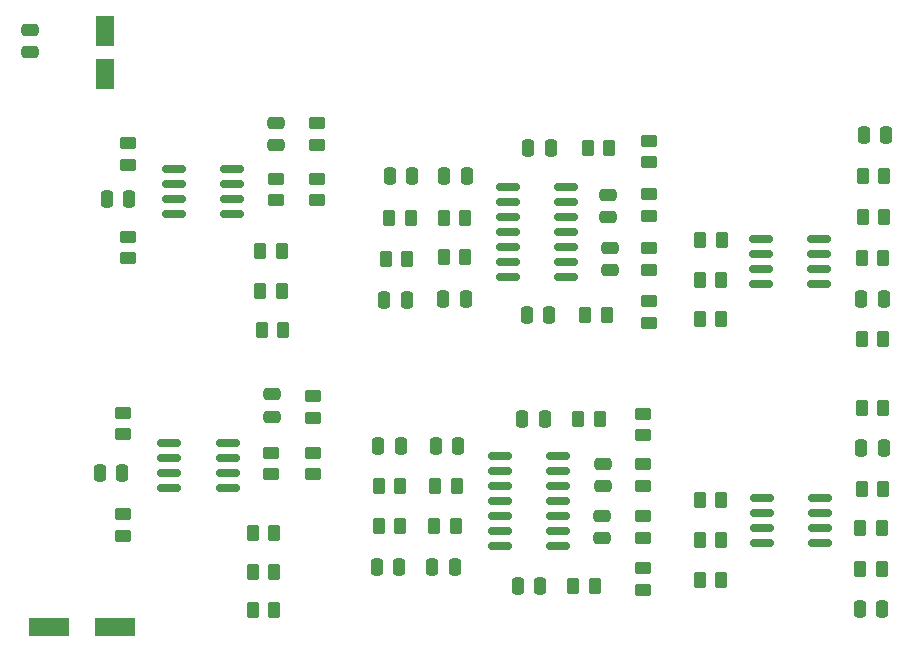
<source format=gbr>
%TF.GenerationSoftware,KiCad,Pcbnew,8.0.4*%
%TF.CreationDate,2024-11-27T12:35:37+01:00*%
%TF.ProjectId,Filtre_V2_FPGA_SMD-SMH_LD,46696c74-7265-45f5-9632-5f465047415f,rev?*%
%TF.SameCoordinates,Original*%
%TF.FileFunction,Paste,Top*%
%TF.FilePolarity,Positive*%
%FSLAX46Y46*%
G04 Gerber Fmt 4.6, Leading zero omitted, Abs format (unit mm)*
G04 Created by KiCad (PCBNEW 8.0.4) date 2024-11-27 12:35:37*
%MOMM*%
%LPD*%
G01*
G04 APERTURE LIST*
G04 Aperture macros list*
%AMRoundRect*
0 Rectangle with rounded corners*
0 $1 Rounding radius*
0 $2 $3 $4 $5 $6 $7 $8 $9 X,Y pos of 4 corners*
0 Add a 4 corners polygon primitive as box body*
4,1,4,$2,$3,$4,$5,$6,$7,$8,$9,$2,$3,0*
0 Add four circle primitives for the rounded corners*
1,1,$1+$1,$2,$3*
1,1,$1+$1,$4,$5*
1,1,$1+$1,$6,$7*
1,1,$1+$1,$8,$9*
0 Add four rect primitives between the rounded corners*
20,1,$1+$1,$2,$3,$4,$5,0*
20,1,$1+$1,$4,$5,$6,$7,0*
20,1,$1+$1,$6,$7,$8,$9,0*
20,1,$1+$1,$8,$9,$2,$3,0*%
G04 Aperture macros list end*
%ADD10RoundRect,0.250000X-0.475000X0.250000X-0.475000X-0.250000X0.475000X-0.250000X0.475000X0.250000X0*%
%ADD11RoundRect,0.250000X-0.250000X-0.475000X0.250000X-0.475000X0.250000X0.475000X-0.250000X0.475000X0*%
%ADD12RoundRect,0.250000X-0.450000X0.262500X-0.450000X-0.262500X0.450000X-0.262500X0.450000X0.262500X0*%
%ADD13RoundRect,0.250000X-0.262500X-0.450000X0.262500X-0.450000X0.262500X0.450000X-0.262500X0.450000X0*%
%ADD14RoundRect,0.250000X0.450000X-0.262500X0.450000X0.262500X-0.450000X0.262500X-0.450000X-0.262500X0*%
%ADD15R,3.500000X1.600000*%
%ADD16RoundRect,0.150000X-0.825000X-0.150000X0.825000X-0.150000X0.825000X0.150000X-0.825000X0.150000X0*%
%ADD17RoundRect,0.250000X0.262500X0.450000X-0.262500X0.450000X-0.262500X-0.450000X0.262500X-0.450000X0*%
%ADD18R,1.600000X2.600000*%
%ADD19RoundRect,0.250000X0.475000X-0.250000X0.475000X0.250000X-0.475000X0.250000X-0.475000X-0.250000X0*%
G04 APERTURE END LIST*
D10*
%TO.C,C25*%
X155200000Y-103050000D03*
X155200000Y-104950000D03*
%TD*%
D11*
%TO.C,C27*%
X176950000Y-115300000D03*
X178850000Y-115300000D03*
%TD*%
%TO.C,C14*%
X177050000Y-89100000D03*
X178950000Y-89100000D03*
%TD*%
D12*
%TO.C,R1*%
X115000000Y-75875000D03*
X115000000Y-77700000D03*
%TD*%
D11*
%TO.C,C8*%
X141650000Y-89100000D03*
X143550000Y-89100000D03*
%TD*%
D13*
%TO.C,R21*%
X126187500Y-85000000D03*
X128012500Y-85000000D03*
%TD*%
%TO.C,R38*%
X152687500Y-113400000D03*
X154512500Y-113400000D03*
%TD*%
D12*
%TO.C,R29*%
X114525000Y-107287500D03*
X114525000Y-109112500D03*
%TD*%
D13*
%TO.C,R33*%
X140887500Y-108300000D03*
X142712500Y-108300000D03*
%TD*%
D11*
%TO.C,C22*%
X147950000Y-113400000D03*
X149850000Y-113400000D03*
%TD*%
D14*
%TO.C,R14*%
X159100000Y-86612500D03*
X159100000Y-84787500D03*
%TD*%
D12*
%TO.C,R45*%
X158600000Y-98787500D03*
X158600000Y-100612500D03*
%TD*%
D13*
%TO.C,R24*%
X177187500Y-78700000D03*
X179012500Y-78700000D03*
%TD*%
D15*
%TO.C,C1*%
X108300000Y-116850000D03*
X113900000Y-116850000D03*
%TD*%
D14*
%TO.C,R39*%
X158600000Y-109312500D03*
X158600000Y-107487500D03*
%TD*%
D11*
%TO.C,C12*%
X148850000Y-76300000D03*
X150750000Y-76300000D03*
%TD*%
D13*
%TO.C,R47*%
X176987500Y-108500000D03*
X178812500Y-108500000D03*
%TD*%
D14*
%TO.C,R44*%
X158600000Y-113712500D03*
X158600000Y-111887500D03*
%TD*%
D12*
%TO.C,R42*%
X127075000Y-102087500D03*
X127075000Y-103912500D03*
%TD*%
%TO.C,R15*%
X159100000Y-80187500D03*
X159100000Y-82012500D03*
%TD*%
D13*
%TO.C,R22*%
X126187500Y-88400000D03*
X128012500Y-88400000D03*
%TD*%
D16*
%TO.C,U3*%
X168525000Y-83995000D03*
X168525000Y-85265000D03*
X168525000Y-86535000D03*
X168525000Y-87805000D03*
X173475000Y-87805000D03*
X173475000Y-86535000D03*
X173475000Y-85265000D03*
X173475000Y-83995000D03*
%TD*%
D13*
%TO.C,R31*%
X140987500Y-104900000D03*
X142812500Y-104900000D03*
%TD*%
D11*
%TO.C,C17*%
X136050000Y-111800000D03*
X137950000Y-111800000D03*
%TD*%
%TO.C,C15*%
X177250000Y-75200000D03*
X179150000Y-75200000D03*
%TD*%
D13*
%TO.C,R10*%
X153887500Y-76300000D03*
X155712500Y-76300000D03*
%TD*%
%TO.C,R4*%
X163387500Y-90800000D03*
X165212500Y-90800000D03*
%TD*%
D11*
%TO.C,C19*%
X141050000Y-101500000D03*
X142950000Y-101500000D03*
%TD*%
D12*
%TO.C,R12*%
X131000000Y-74187500D03*
X131000000Y-76012500D03*
%TD*%
D16*
%TO.C,U5*%
X146425000Y-102390000D03*
X146425000Y-103660000D03*
X146425000Y-104930000D03*
X146425000Y-106200000D03*
X146425000Y-107470000D03*
X146425000Y-108740000D03*
X146425000Y-110010000D03*
X151375000Y-110010000D03*
X151375000Y-108740000D03*
X151375000Y-107470000D03*
X151375000Y-106200000D03*
X151375000Y-104930000D03*
X151375000Y-103660000D03*
X151375000Y-102390000D03*
%TD*%
D13*
%TO.C,R43*%
X177087500Y-98300000D03*
X178912500Y-98300000D03*
%TD*%
D11*
%TO.C,C6*%
X113150000Y-80587500D03*
X115050000Y-80587500D03*
%TD*%
D13*
%TO.C,R23*%
X177187500Y-82100000D03*
X179012500Y-82100000D03*
%TD*%
%TO.C,R13*%
X153687500Y-90400000D03*
X155512500Y-90400000D03*
%TD*%
D12*
%TO.C,R19*%
X159100000Y-75687500D03*
X159100000Y-77512500D03*
%TD*%
D11*
%TO.C,C24*%
X148350000Y-99200000D03*
X150250000Y-99200000D03*
%TD*%
D17*
%TO.C,R2*%
X165212500Y-87500000D03*
X163387500Y-87500000D03*
%TD*%
D13*
%TO.C,R8*%
X141687500Y-85500000D03*
X143512500Y-85500000D03*
%TD*%
D12*
%TO.C,R3*%
X115000000Y-83787500D03*
X115000000Y-85612500D03*
%TD*%
D18*
%TO.C,C2*%
X113000000Y-66400000D03*
X113000000Y-70000000D03*
%TD*%
D11*
%TO.C,C20*%
X140750000Y-111800000D03*
X142650000Y-111800000D03*
%TD*%
D13*
%TO.C,R32*%
X136187500Y-108300000D03*
X138012500Y-108300000D03*
%TD*%
D12*
%TO.C,R37*%
X130625000Y-97287500D03*
X130625000Y-99112500D03*
%TD*%
D10*
%TO.C,C9*%
X127500000Y-74150000D03*
X127500000Y-76050000D03*
%TD*%
D13*
%TO.C,R5*%
X137087500Y-82200000D03*
X138912500Y-82200000D03*
%TD*%
%TO.C,R34*%
X163387500Y-106100000D03*
X165212500Y-106100000D03*
%TD*%
D19*
%TO.C,C11*%
X155800000Y-86650000D03*
X155800000Y-84750000D03*
%TD*%
D11*
%TO.C,C18*%
X112575000Y-103800000D03*
X114475000Y-103800000D03*
%TD*%
D13*
%TO.C,R20*%
X177087500Y-92500000D03*
X178912500Y-92500000D03*
%TD*%
D14*
%TO.C,R18*%
X159100000Y-91112500D03*
X159100000Y-89287500D03*
%TD*%
D10*
%TO.C,C3*%
X106700000Y-66300000D03*
X106700000Y-68200000D03*
%TD*%
D11*
%TO.C,C5*%
X136650000Y-89200000D03*
X138550000Y-89200000D03*
%TD*%
D13*
%TO.C,R46*%
X125512500Y-108900000D03*
X127337500Y-108900000D03*
%TD*%
D12*
%TO.C,R16*%
X127500000Y-78887500D03*
X127500000Y-80712500D03*
%TD*%
D10*
%TO.C,C21*%
X127125000Y-97150000D03*
X127125000Y-99050000D03*
%TD*%
D13*
%TO.C,R6*%
X141687500Y-82200000D03*
X143512500Y-82200000D03*
%TD*%
D11*
%TO.C,C16*%
X136150000Y-101500000D03*
X138050000Y-101500000D03*
%TD*%
D13*
%TO.C,R28*%
X163387500Y-112900000D03*
X165212500Y-112900000D03*
%TD*%
D12*
%TO.C,R40*%
X158600000Y-103087500D03*
X158600000Y-104912500D03*
%TD*%
D10*
%TO.C,C13*%
X155600000Y-80250000D03*
X155600000Y-82150000D03*
%TD*%
D13*
%TO.C,R17*%
X177087500Y-85600000D03*
X178912500Y-85600000D03*
%TD*%
%TO.C,R30*%
X136187500Y-104900000D03*
X138012500Y-104900000D03*
%TD*%
%TO.C,R41*%
X177087500Y-105200000D03*
X178912500Y-105200000D03*
%TD*%
D16*
%TO.C,U6*%
X168625000Y-105895000D03*
X168625000Y-107165000D03*
X168625000Y-108435000D03*
X168625000Y-109705000D03*
X173575000Y-109705000D03*
X173575000Y-108435000D03*
X173575000Y-107165000D03*
X173575000Y-105895000D03*
%TD*%
D13*
%TO.C,R25*%
X126287500Y-91700000D03*
X128112500Y-91700000D03*
%TD*%
D12*
%TO.C,R27*%
X114525000Y-98687500D03*
X114525000Y-100512500D03*
%TD*%
D11*
%TO.C,C10*%
X148750000Y-90400000D03*
X150650000Y-90400000D03*
%TD*%
D13*
%TO.C,R35*%
X153100000Y-99200000D03*
X154925000Y-99200000D03*
%TD*%
D14*
%TO.C,R11*%
X131000000Y-80712500D03*
X131000000Y-78887500D03*
%TD*%
D11*
%TO.C,C26*%
X177050000Y-101700000D03*
X178950000Y-101700000D03*
%TD*%
D19*
%TO.C,C23*%
X155100000Y-109350000D03*
X155100000Y-107450000D03*
%TD*%
D16*
%TO.C,U2*%
X147125000Y-79590000D03*
X147125000Y-80860000D03*
X147125000Y-82130000D03*
X147125000Y-83400000D03*
X147125000Y-84670000D03*
X147125000Y-85940000D03*
X147125000Y-87210000D03*
X152075000Y-87210000D03*
X152075000Y-85940000D03*
X152075000Y-84670000D03*
X152075000Y-83400000D03*
X152075000Y-82130000D03*
X152075000Y-80860000D03*
X152075000Y-79590000D03*
%TD*%
D13*
%TO.C,R48*%
X176987500Y-111900000D03*
X178812500Y-111900000D03*
%TD*%
D16*
%TO.C,U4*%
X118450000Y-101295000D03*
X118450000Y-102565000D03*
X118450000Y-103835000D03*
X118450000Y-105105000D03*
X123400000Y-105105000D03*
X123400000Y-103835000D03*
X123400000Y-102565000D03*
X123400000Y-101295000D03*
%TD*%
D11*
%TO.C,C4*%
X137150000Y-78700000D03*
X139050000Y-78700000D03*
%TD*%
D13*
%TO.C,R7*%
X136787500Y-85700000D03*
X138612500Y-85700000D03*
%TD*%
D14*
%TO.C,R36*%
X130625000Y-103912500D03*
X130625000Y-102087500D03*
%TD*%
D13*
%TO.C,R9*%
X163412500Y-84105000D03*
X165237500Y-84105000D03*
%TD*%
D16*
%TO.C,U1*%
X118825000Y-78095000D03*
X118825000Y-79365000D03*
X118825000Y-80635000D03*
X118825000Y-81905000D03*
X123775000Y-81905000D03*
X123775000Y-80635000D03*
X123775000Y-79365000D03*
X123775000Y-78095000D03*
%TD*%
D17*
%TO.C,R26*%
X165212500Y-109500000D03*
X163387500Y-109500000D03*
%TD*%
D13*
%TO.C,R49*%
X125512500Y-112200000D03*
X127337500Y-112200000D03*
%TD*%
%TO.C,R50*%
X125512500Y-115400000D03*
X127337500Y-115400000D03*
%TD*%
D11*
%TO.C,C7*%
X141750000Y-78700000D03*
X143650000Y-78700000D03*
%TD*%
M02*

</source>
